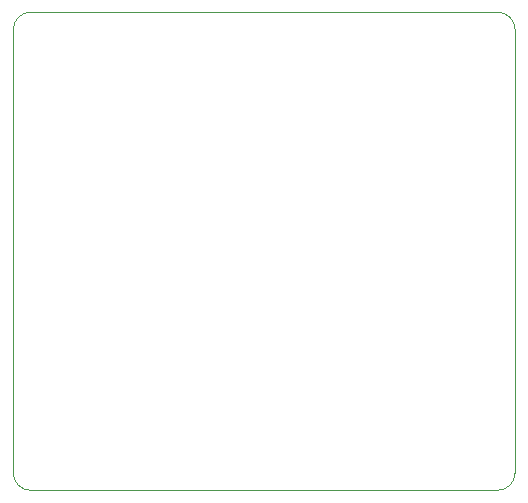
<source format=gbr>
%TF.GenerationSoftware,KiCad,Pcbnew,8.0.9-8.0.9-0~ubuntu22.04.1*%
%TF.CreationDate,2025-09-30T16:22:56+02:00*%
%TF.ProjectId,Pin_Test,50696e5f-5465-4737-942e-6b696361645f,rev?*%
%TF.SameCoordinates,Original*%
%TF.FileFunction,Profile,NP*%
%FSLAX46Y46*%
G04 Gerber Fmt 4.6, Leading zero omitted, Abs format (unit mm)*
G04 Created by KiCad (PCBNEW 8.0.9-8.0.9-0~ubuntu22.04.1) date 2025-09-30 16:22:56*
%MOMM*%
%LPD*%
G01*
G04 APERTURE LIST*
%TA.AperFunction,Profile*%
%ADD10C,0.100000*%
%TD*%
G04 APERTURE END LIST*
D10*
X127500000Y-125500000D02*
G75*
G02*
X126000000Y-127000000I-1500000J0D01*
G01*
X127500000Y-125500000D02*
X127500000Y-88000000D01*
X126000000Y-86500000D02*
G75*
G02*
X127500000Y-88000000I0J-1500000D01*
G01*
X85000000Y-88000000D02*
G75*
G02*
X86500000Y-86500000I1500000J0D01*
G01*
X86500000Y-127000000D02*
G75*
G02*
X85000000Y-125500000I0J1500000D01*
G01*
X126000000Y-127000000D02*
X86500000Y-127000000D01*
X86500000Y-86500000D02*
X126000000Y-86500000D01*
X85000000Y-125500000D02*
X85000000Y-88000000D01*
M02*

</source>
